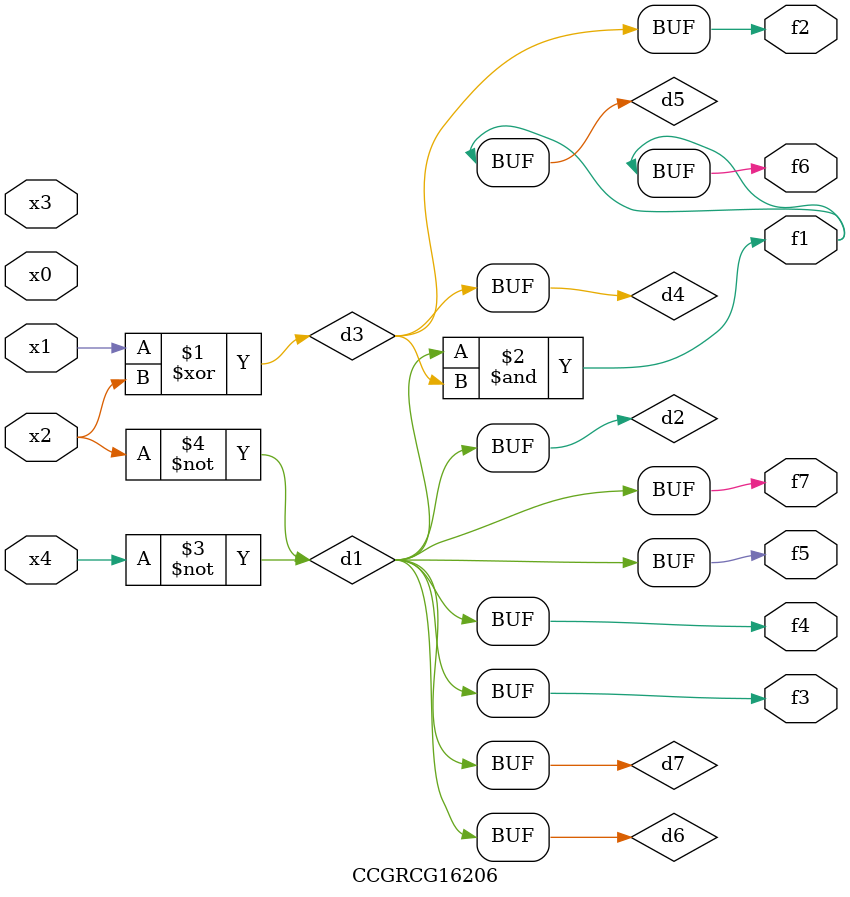
<source format=v>
module CCGRCG16206(
	input x0, x1, x2, x3, x4,
	output f1, f2, f3, f4, f5, f6, f7
);

	wire d1, d2, d3, d4, d5, d6, d7;

	not (d1, x4);
	not (d2, x2);
	xor (d3, x1, x2);
	buf (d4, d3);
	and (d5, d1, d3);
	buf (d6, d1, d2);
	buf (d7, d2);
	assign f1 = d5;
	assign f2 = d4;
	assign f3 = d7;
	assign f4 = d7;
	assign f5 = d7;
	assign f6 = d5;
	assign f7 = d7;
endmodule

</source>
